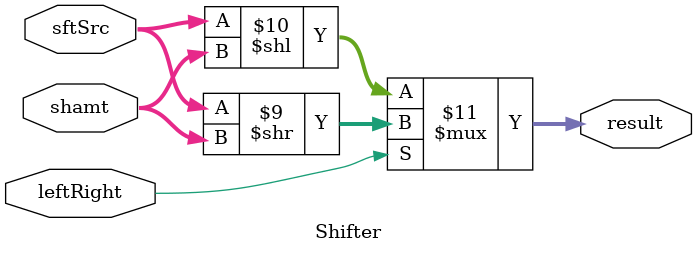
<source format=v>
`include "ProgramCounter.v"
`include "Instr_Memory.v"
`include "Reg_File.v"
`include "Data_Memory.v"
`include "Adder.v"
`include "ALU_Ctrl.v"
`include "ALU.v"
`include "MUX_2to1.v"
`include "MUX_3to1.v"
`include "Decoder.v"
`include "Sign_Extend.v"
`include "Shift_Left_Two_32.v"

module Shifter (
    leftRight,
    shamt,
    sftSrc,
    result
);
  input leftRight;
  input [5-1:0] shamt;
  input [32-1:0] sftSrc;
  output [32-1:0] result;

  assign result = (leftRight) ? sftSrc >> shamt : sftSrc << shamt;

endmodule


module Simple_Single_CPU(
        clk_i,
	rst_i
);
		
// I/O port
input         clk_i;
input         rst_i;

// Internal Signals
wire [32-1:0] pc_in;
wire [32-1:0] pc_out;
wire [32-1:0] pc_plus4;
wire [32-1:0] shifted_branch_offset;
wire [32-1:0] pc_branch;
wire [32-1:0] pc_before_jump;
wire [32-1:0] pc_before_jr;
wire [32-1:0] instr;
wire RegWrite;
wire [2-1:0] ALUOp;
wire ALUSrc;
wire [2-1:0] RegDst;
wire Jump;
wire [2-1:0] Branch;
wire JRsrc;
wire MemRead;
wire MemWrite;
wire [2-1:0] MemtoReg;
wire [5-1:0] FinalRegNo;
wire [32-1:0] WriteData;
wire [32-1:0] RSdata;
wire [32-1:0] RTdata;
wire [4-1:0] ALU_operation;
wire FURslt;
wire shifhterSource;
wire leftRight;
wire [32-1:0] extendData;
wire [32-1:0] ALUsrcData;
wire [32-1:0] ALUresult;
wire zero;
wire overflow;
wire [5-1:0] shamt;
wire [32-1:0] sftResult;
wire [32-1:0] FURres;
wire [32-1:0] MemData;

// Components
ProgramCounter PC(
        .clk_i(clk_i),      
        .rst_i(rst_i),     
        .pc_in_i(pc_in),   
        .pc_out_o(pc_out) 
);

Instr_Memory IM(
        .pc_addr_i(pc_out),  
        .instr_o(instr)
);

Adder PCplus4(
        .src1_i(pc_out),
        .src2_i(32'd4),
        .sum_o(pc_plus4)
);

Shift_Left_Two_32 branchSE(
        .data_i(extendData),
        .data_o(shifted_branch_offset)
);

Adder BranchTgt(
        .src1_i(pc_out),        // 無參考點
        .src2_i(shifted_branch_offset),
        .sum_o(pc_branch)
);

MUX_2to1 #(.size(32)) MUX_branch(
        .data0_i(pc_plus4),
        .data1_i(pc_branch),
        .select_i((Branch == 2'b01 && zero) || (Branch == 2'b10 && ~zero)),
        .data_o(pc_before_jump)
);

MUX_2to1 #(.size(32)) MUX_jump(
        .data0_i(pc_before_jump),
        .data1_i({pc_plus4[31:28], instr[25:0], 2'b00}),
        .select_i(Jump),
        .data_o(pc_before_jr)
);

MUX_2to1 #(.size(32)) MUX_JR(
        .data0_i(pc_before_jr),
        .data1_i(RSdata),       // jr $xx
        .select_i(JRsrc),
        .data_o(pc_in)
);

Decoder MainControl(
        .instr_op_i(instr[31:26]),
	.ALU_op_o(ALUOp),
	.ALUSrc_o(ALUSrc),
	.RegWrite_o(RegWrite),
	.RegDst_o(RegDst),
	.Branch_o(Branch),
	.Jump_o(Jump),
	.MemRead_o(MemRead),
	.MemWrite_o(MemWrite),
	.MemtoReg_o(MemtoReg)
);

ALU_Ctrl ALU_Control(
        .funct_i(instr[5:0]),
        .ALUOp_i(ALUOp),
        .ALUCtrl_o(ALU_operation),
        .FURslt_o(FURslt), // choose what unit should be used
        .leftRight_o(leftRight),
        .shifhterSource_o(shifhterSource),
        .JR_source_o(JRsrc)
);

MUX_2to1 #(.size(5)) MUX_shamt(
        .data0_i(instr[10:6]),
        .data1_i(RSdata[4:0]),
        .select_i(shifhterSource),
        .data_o(shamt)
);

MUX_3to1 #(.size(5)) MUX_RegDst(
        .data0_i(instr[20:16]),
        .data1_i(instr[15:11]),
        .data2_i(5'd31),
        .select_i(RegDst),
        .data_o(FinalRegNo)
);

Shifter shifter (
        .leftRight(leftRight),
        .shamt(shamt),
        .sftSrc(RTdata), // ALUsrcData
        .result(sftResult)
);

Reg_File Registers(
        .clk_i(clk_i),
        .rst_i(rst_i) ,     
        .RSaddr_i(instr[25:21]),
        .RTaddr_i(instr[20:16]),
        .RDaddr_i(FinalRegNo), 
        .RDdata_i(WriteData),   
        .RegWrite_i(RegWrite & (~JRsrc)),  
        .RSdata_o(RSdata),  
        .RTdata_o(RTdata) 
);

Sign_Extend SE(
        .data_i(instr[15:0]),
        .data_o(extendData)
);

MUX_2to1 #(.size(32)) MUX_ALUSrc(
        .data0_i(RTdata),
        .data1_i(extendData),
        .select_i(ALUSrc),
        .data_o(ALUsrcData)
);

ALU ALU(
        .src1_i(RSdata),
	.src2_i(ALUsrcData),
	.ctrl_i(ALU_operation),
	.result_o(ALUresult),
	.zero_o(zero),
	.overflow(overflow)
);

MUX_2to1 #(.size(32)) MUX_FUR (
      .data0_i (ALUresult),
      .data1_i (sftResult),
      .select_i(FURslt),
      .data_o  (FURres)
);
	
Data_Memory Data_Memory(
	.clk_i(clk_i), 
	.addr_i(FURres),
	.data_i(RTdata), 
	.MemRead_i(MemRead), 
	.MemWrite_i(MemWrite), 
	.data_o(MemData)
);

MUX_3to1 #(.size(32)) Mux_Final(
      .data0_i (FURres),
      .data1_i (MemData),
      .data2_i (pc_plus4),
      .select_i(MemtoReg),
      .data_o  (WriteData)
);

endmodule

</source>
